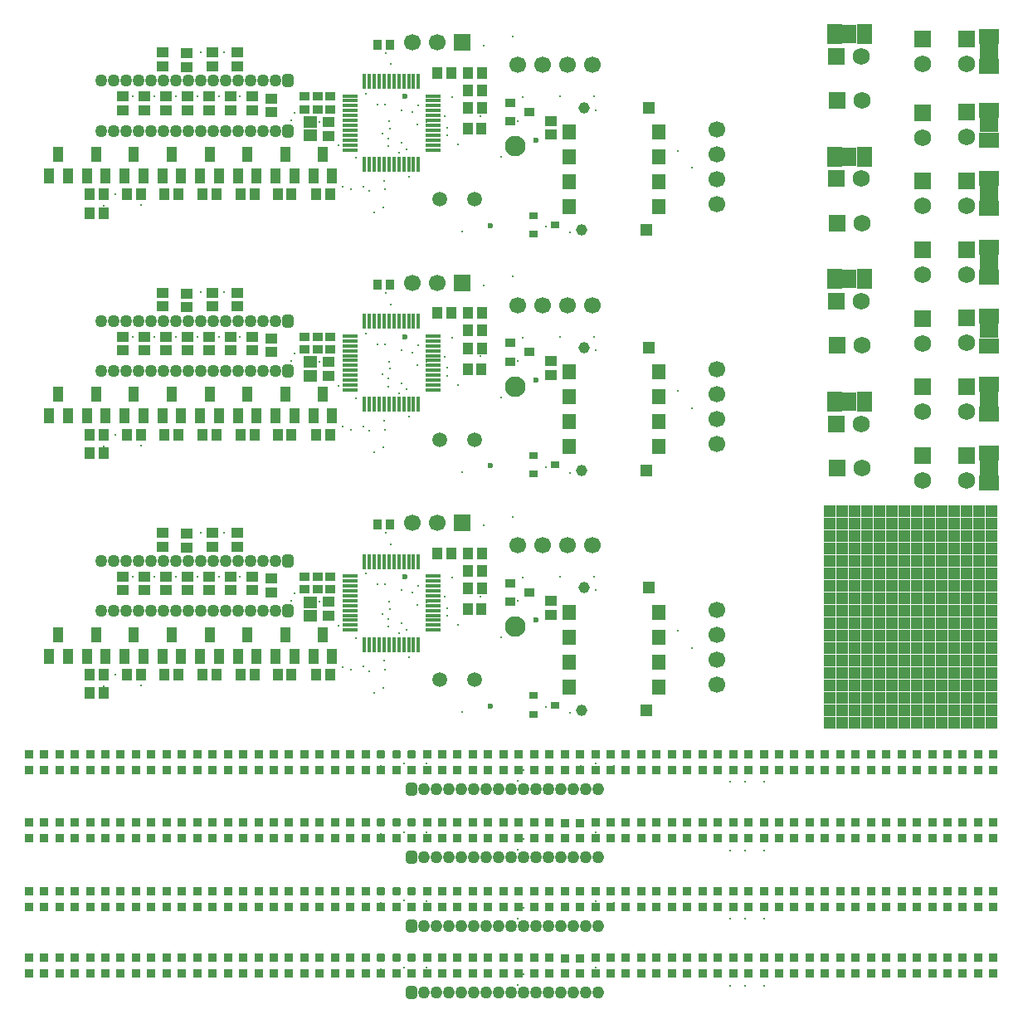
<source format=gts>
G04*
G04 #@! TF.GenerationSoftware,Altium Limited,Altium Designer,20.1.14 (287)*
G04*
G04 Layer_Color=65280*
%FSLAX25Y25*%
%MOIN*%
G70*
G04*
G04 #@! TF.SameCoordinates,DA88C76E-B398-4153-8C2D-C889442453F1*
G04*
G04*
G04 #@! TF.FilePolarity,Negative*
G04*
G01*
G75*
%ADD22R,0.03543X0.04134*%
%ADD44C,0.04528*%
%ADD45R,0.04528X0.04528*%
%ADD50C,0.02362*%
%ADD54R,0.04134X0.03543*%
%ADD64R,0.06299X0.07480*%
%ADD65R,0.07480X0.06299*%
%ADD66R,0.06115X0.08083*%
%ADD67R,0.08083X0.06115*%
%ADD68R,0.04331X0.04724*%
%ADD69R,0.05512X0.06299*%
%ADD70R,0.04331X0.05906*%
%ADD71R,0.04724X0.04331*%
%ADD72R,0.03937X0.03543*%
%ADD73R,0.03937X0.04528*%
%ADD74R,0.03347X0.02756*%
%ADD75R,0.04528X0.04134*%
%ADD76R,0.05709X0.04724*%
%ADD77R,0.01575X0.06201*%
%ADD78R,0.06201X0.01575*%
G04:AMPARAMS|DCode=79|XSize=35.43mil|YSize=35.43mil|CornerRadius=9.84mil|HoleSize=0mil|Usage=FLASHONLY|Rotation=0.000|XOffset=0mil|YOffset=0mil|HoleType=Round|Shape=RoundedRectangle|*
%AMROUNDEDRECTD79*
21,1,0.03543,0.01575,0,0,0.0*
21,1,0.01575,0.03543,0,0,0.0*
1,1,0.01968,0.00787,-0.00787*
1,1,0.01968,-0.00787,-0.00787*
1,1,0.01968,-0.00787,0.00787*
1,1,0.01968,0.00787,0.00787*
%
%ADD79ROUNDEDRECTD79*%
%ADD80R,0.03543X0.03543*%
G04:AMPARAMS|DCode=81|XSize=35.43mil|YSize=35.43mil|CornerRadius=6.69mil|HoleSize=0mil|Usage=FLASHONLY|Rotation=0.000|XOffset=0mil|YOffset=0mil|HoleType=Round|Shape=RoundedRectangle|*
%AMROUNDEDRECTD81*
21,1,0.03543,0.02205,0,0,0.0*
21,1,0.02205,0.03543,0,0,0.0*
1,1,0.01339,0.01102,-0.01102*
1,1,0.01339,-0.01102,-0.01102*
1,1,0.01339,-0.01102,0.01102*
1,1,0.01339,0.01102,0.01102*
%
%ADD81ROUNDEDRECTD81*%
G04:AMPARAMS|DCode=82|XSize=35.43mil|YSize=35.43mil|CornerRadius=5.12mil|HoleSize=0mil|Usage=FLASHONLY|Rotation=0.000|XOffset=0mil|YOffset=0mil|HoleType=Round|Shape=RoundedRectangle|*
%AMROUNDEDRECTD82*
21,1,0.03543,0.02520,0,0,0.0*
21,1,0.02520,0.03543,0,0,0.0*
1,1,0.01024,0.01260,-0.01260*
1,1,0.01024,-0.01260,-0.01260*
1,1,0.01024,-0.01260,0.01260*
1,1,0.01024,0.01260,0.01260*
%
%ADD82ROUNDEDRECTD82*%
G04:AMPARAMS|DCode=83|XSize=48mil|YSize=48mil|CornerRadius=7.5mil|HoleSize=0mil|Usage=FLASHONLY|Rotation=180.000|XOffset=0mil|YOffset=0mil|HoleType=Round|Shape=RoundedRectangle|*
%AMROUNDEDRECTD83*
21,1,0.04800,0.03300,0,0,180.0*
21,1,0.03300,0.04800,0,0,180.0*
1,1,0.01500,-0.01650,0.01650*
1,1,0.01500,0.01650,0.01650*
1,1,0.01500,0.01650,-0.01650*
1,1,0.01500,-0.01650,-0.01650*
%
%ADD83ROUNDEDRECTD83*%
%ADD84C,0.06902*%
%ADD85R,0.06902X0.06902*%
%ADD86R,0.06902X0.06902*%
%ADD87C,0.00400*%
%ADD88C,0.08274*%
%ADD89C,0.06693*%
%ADD90C,0.05906*%
G04:AMPARAMS|DCode=91|XSize=48mil|YSize=51mil|CornerRadius=13mil|HoleSize=0mil|Usage=FLASHONLY|Rotation=0.000|XOffset=0mil|YOffset=0mil|HoleType=Round|Shape=RoundedRectangle|*
%AMROUNDEDRECTD91*
21,1,0.04800,0.02500,0,0,0.0*
21,1,0.02200,0.05100,0,0,0.0*
1,1,0.02600,0.01100,-0.01250*
1,1,0.02600,-0.01100,-0.01250*
1,1,0.02600,-0.01100,0.01250*
1,1,0.02600,0.01100,0.01250*
%
%ADD91ROUNDEDRECTD91*%
%ADD92O,0.04800X0.05100*%
%ADD93R,0.06693X0.06693*%
%ADD94C,0.01181*%
G04:AMPARAMS|DCode=95|XSize=47.94mil|YSize=50.94mil|CornerRadius=12.97mil|HoleSize=0mil|Usage=FLASHONLY|Rotation=180.000|XOffset=0mil|YOffset=0mil|HoleType=Round|Shape=RoundedRectangle|*
%AMROUNDEDRECTD95*
21,1,0.04794,0.02500,0,0,180.0*
21,1,0.02200,0.05094,0,0,180.0*
1,1,0.02594,-0.01100,0.01250*
1,1,0.02594,0.01100,0.01250*
1,1,0.02594,0.01100,-0.01250*
1,1,0.02594,-0.01100,-0.01250*
%
%ADD95ROUNDEDRECTD95*%
%ADD96O,0.04794X0.05094*%
D22*
X148228Y384646D02*
D03*
X143110D02*
D03*
X148228Y288189D02*
D03*
X143110D02*
D03*
X148228Y191732D02*
D03*
X143110D02*
D03*
D44*
X226260Y359252D02*
D03*
X225275Y310039D02*
D03*
X226260Y262795D02*
D03*
X225275Y213583D02*
D03*
X226260Y166339D02*
D03*
X225275Y117126D02*
D03*
D45*
X252087Y359252D02*
D03*
X251102Y310039D02*
D03*
X252087Y262795D02*
D03*
X251102Y213583D02*
D03*
X252087Y166339D02*
D03*
X251102Y117126D02*
D03*
D50*
X154331Y363780D02*
D03*
X206932Y346263D02*
D03*
X188583Y311811D02*
D03*
X154331Y267323D02*
D03*
X206932Y249807D02*
D03*
X188583Y215354D02*
D03*
X154331Y170866D02*
D03*
X206932Y153350D02*
D03*
X188583Y118898D02*
D03*
D54*
X114005Y363764D02*
D03*
Y358646D02*
D03*
X119123Y363764D02*
D03*
Y358646D02*
D03*
X124241Y363764D02*
D03*
Y358646D02*
D03*
X114005Y267307D02*
D03*
Y262189D02*
D03*
X119123Y267307D02*
D03*
Y262189D02*
D03*
X124241Y267307D02*
D03*
Y262189D02*
D03*
X114005Y170850D02*
D03*
Y165732D02*
D03*
X119123Y170850D02*
D03*
Y165732D02*
D03*
X124241Y170850D02*
D03*
Y165732D02*
D03*
D64*
X332677Y241142D02*
D03*
Y290354D02*
D03*
X332677Y339567D02*
D03*
X332677Y388779D02*
D03*
D65*
X388779Y381890D02*
D03*
Y352362D02*
D03*
Y324803D02*
D03*
Y297244D02*
D03*
Y269685D02*
D03*
Y242126D02*
D03*
Y214567D02*
D03*
D66*
X326772Y241142D02*
D03*
X338779D02*
D03*
X326772Y290354D02*
D03*
X338779D02*
D03*
X326772Y339567D02*
D03*
X338779D02*
D03*
X326772Y388779D02*
D03*
X338779D02*
D03*
D67*
X388779Y387795D02*
D03*
Y375787D02*
D03*
X388779Y358268D02*
D03*
Y346260D02*
D03*
Y330709D02*
D03*
Y318701D02*
D03*
X388779Y303150D02*
D03*
Y291142D02*
D03*
Y275590D02*
D03*
Y263583D02*
D03*
Y248031D02*
D03*
Y236024D02*
D03*
X388779Y220473D02*
D03*
Y208465D02*
D03*
D68*
X179527Y366142D02*
D03*
X185039D02*
D03*
X33071Y316929D02*
D03*
X27559D02*
D03*
X33071Y324410D02*
D03*
X27559D02*
D03*
X48031D02*
D03*
X42520D02*
D03*
X63189D02*
D03*
X57677D02*
D03*
X167323Y373228D02*
D03*
X172835D02*
D03*
X78346Y324410D02*
D03*
X72835D02*
D03*
X93701D02*
D03*
X88189D02*
D03*
X108661D02*
D03*
X103150D02*
D03*
X124016D02*
D03*
X118504D02*
D03*
X179527Y373228D02*
D03*
X185039D02*
D03*
Y359055D02*
D03*
X179527D02*
D03*
Y269685D02*
D03*
X185039D02*
D03*
X33071Y220473D02*
D03*
X27559D02*
D03*
X33071Y227953D02*
D03*
X27559D02*
D03*
X48031D02*
D03*
X42520D02*
D03*
X63189D02*
D03*
X57677D02*
D03*
X167323Y276772D02*
D03*
X172835D02*
D03*
X78346Y227953D02*
D03*
X72835D02*
D03*
X93701D02*
D03*
X88189D02*
D03*
X108661D02*
D03*
X103150D02*
D03*
X124016D02*
D03*
X118504D02*
D03*
X179527Y276772D02*
D03*
X185039D02*
D03*
Y262598D02*
D03*
X179527D02*
D03*
Y173228D02*
D03*
X185039D02*
D03*
X33071Y124016D02*
D03*
X27559D02*
D03*
X33071Y131496D02*
D03*
X27559D02*
D03*
X48031D02*
D03*
X42520D02*
D03*
X63189D02*
D03*
X57677D02*
D03*
X167323Y180315D02*
D03*
X172835D02*
D03*
X78346Y131496D02*
D03*
X72835D02*
D03*
X93701D02*
D03*
X88189D02*
D03*
X108661D02*
D03*
X103150D02*
D03*
X124016D02*
D03*
X118504D02*
D03*
X179527Y180315D02*
D03*
X185039D02*
D03*
Y166142D02*
D03*
X179527D02*
D03*
D69*
X220079Y329488D02*
D03*
Y319488D02*
D03*
X256299Y329488D02*
D03*
X256299Y319488D02*
D03*
X220079Y349488D02*
D03*
Y339488D02*
D03*
X256299Y349488D02*
D03*
Y339488D02*
D03*
X220079Y233032D02*
D03*
Y223031D02*
D03*
X256299Y233032D02*
D03*
X256299Y223031D02*
D03*
X220079Y253031D02*
D03*
Y243032D02*
D03*
X256299Y253031D02*
D03*
Y243032D02*
D03*
X220079Y136575D02*
D03*
Y126575D02*
D03*
X256299Y136575D02*
D03*
X256299Y126575D02*
D03*
X220079Y156575D02*
D03*
Y146575D02*
D03*
X256299Y156575D02*
D03*
Y146575D02*
D03*
D70*
X11220Y331890D02*
D03*
X18701Y331890D02*
D03*
X14961Y340551D02*
D03*
X26406Y331890D02*
D03*
X33886D02*
D03*
X30146Y340551D02*
D03*
X41592Y331890D02*
D03*
X49072D02*
D03*
X45332Y340551D02*
D03*
X56777Y331890D02*
D03*
X64258D02*
D03*
X60517Y340551D02*
D03*
X71963Y331890D02*
D03*
X79443D02*
D03*
X75703Y340551D02*
D03*
X87148Y331890D02*
D03*
X94629D02*
D03*
X90889Y340551D02*
D03*
X102334Y331890D02*
D03*
X109814D02*
D03*
X106074Y340551D02*
D03*
X117520Y331890D02*
D03*
X125000D02*
D03*
X121260Y340551D02*
D03*
X11220Y235433D02*
D03*
X18701Y235433D02*
D03*
X14961Y244094D02*
D03*
X26406Y235433D02*
D03*
X33886D02*
D03*
X30146Y244094D02*
D03*
X41592Y235433D02*
D03*
X49072D02*
D03*
X45332Y244094D02*
D03*
X56777Y235433D02*
D03*
X64258D02*
D03*
X60517Y244094D02*
D03*
X71963Y235433D02*
D03*
X79443D02*
D03*
X75703Y244094D02*
D03*
X87148Y235433D02*
D03*
X94629D02*
D03*
X90889Y244094D02*
D03*
X102334Y235433D02*
D03*
X109814D02*
D03*
X106074Y244094D02*
D03*
X117520Y235433D02*
D03*
X125000D02*
D03*
X121260Y244094D02*
D03*
X11220Y138976D02*
D03*
X18701Y138976D02*
D03*
X14961Y147638D02*
D03*
X26406Y138976D02*
D03*
X33886D02*
D03*
X30146Y147638D02*
D03*
X41592Y138976D02*
D03*
X49072D02*
D03*
X45332Y147638D02*
D03*
X56777Y138976D02*
D03*
X64258D02*
D03*
X60517Y147638D02*
D03*
X71963Y138976D02*
D03*
X79443D02*
D03*
X75703Y147638D02*
D03*
X87148Y138976D02*
D03*
X94629D02*
D03*
X90889Y147638D02*
D03*
X102334Y138976D02*
D03*
X109814D02*
D03*
X106074Y147638D02*
D03*
X117520Y138976D02*
D03*
X125000D02*
D03*
X121260Y147638D02*
D03*
D71*
X56809Y375909D02*
D03*
Y381421D02*
D03*
X66652Y375515D02*
D03*
Y381027D02*
D03*
X76888Y375909D02*
D03*
Y381421D02*
D03*
X86730Y375909D02*
D03*
Y381421D02*
D03*
X40945Y358268D02*
D03*
Y363780D02*
D03*
X49606Y358268D02*
D03*
Y363780D02*
D03*
X58268Y358268D02*
D03*
Y363780D02*
D03*
X66929Y358268D02*
D03*
Y363780D02*
D03*
X75590Y358268D02*
D03*
Y363780D02*
D03*
X84252Y358268D02*
D03*
Y363780D02*
D03*
X92913Y358268D02*
D03*
Y363780D02*
D03*
X100394Y357480D02*
D03*
Y362992D02*
D03*
X212992Y353937D02*
D03*
Y348425D02*
D03*
X56809Y279452D02*
D03*
Y284964D02*
D03*
X66652Y279059D02*
D03*
Y284571D02*
D03*
X76888Y279452D02*
D03*
Y284964D02*
D03*
X86730Y279452D02*
D03*
Y284964D02*
D03*
X40945Y261811D02*
D03*
Y267323D02*
D03*
X49606Y261811D02*
D03*
Y267323D02*
D03*
X58268Y261811D02*
D03*
Y267323D02*
D03*
X66929Y261811D02*
D03*
Y267323D02*
D03*
X75590Y261811D02*
D03*
Y267323D02*
D03*
X84252Y261811D02*
D03*
Y267323D02*
D03*
X92913Y261811D02*
D03*
Y267323D02*
D03*
X100394Y261024D02*
D03*
Y266535D02*
D03*
X212992Y257480D02*
D03*
Y251969D02*
D03*
X56809Y182996D02*
D03*
Y188507D02*
D03*
X66652Y182602D02*
D03*
Y188114D02*
D03*
X76888Y182996D02*
D03*
Y188508D02*
D03*
X86730Y182996D02*
D03*
Y188507D02*
D03*
X40945Y165354D02*
D03*
Y170866D02*
D03*
X49606Y165354D02*
D03*
Y170866D02*
D03*
X58268Y165354D02*
D03*
Y170866D02*
D03*
X66929Y165354D02*
D03*
Y170866D02*
D03*
X75590Y165354D02*
D03*
Y170866D02*
D03*
X84252Y165354D02*
D03*
Y170866D02*
D03*
X92913Y165354D02*
D03*
Y170866D02*
D03*
X100394Y164567D02*
D03*
Y170079D02*
D03*
X212992Y161024D02*
D03*
Y155512D02*
D03*
D72*
X196457Y361221D02*
D03*
Y353740D02*
D03*
X204331Y357480D02*
D03*
X196457Y264764D02*
D03*
Y257283D02*
D03*
X204331Y261024D02*
D03*
X196457Y168307D02*
D03*
Y160827D02*
D03*
X204331Y164567D02*
D03*
D73*
X179527Y350787D02*
D03*
X184843D02*
D03*
X179527Y254331D02*
D03*
X184843D02*
D03*
X179527Y157874D02*
D03*
X184843D02*
D03*
D74*
X214567Y312205D02*
D03*
X205906Y308465D02*
D03*
Y315945D02*
D03*
X214567Y215748D02*
D03*
X205906Y212008D02*
D03*
Y219488D02*
D03*
X214567Y119291D02*
D03*
X205906Y115551D02*
D03*
Y123031D02*
D03*
D75*
X123622Y353642D02*
D03*
Y347933D02*
D03*
Y257185D02*
D03*
Y251476D02*
D03*
Y160728D02*
D03*
Y155020D02*
D03*
D76*
X116142Y353543D02*
D03*
Y348031D02*
D03*
Y257087D02*
D03*
Y251575D02*
D03*
Y160630D02*
D03*
Y155118D02*
D03*
D77*
X137992Y369835D02*
D03*
X139961D02*
D03*
X141929D02*
D03*
X143898D02*
D03*
X145866D02*
D03*
X147835D02*
D03*
X149803D02*
D03*
X151772D02*
D03*
X153740D02*
D03*
X155709D02*
D03*
X157677D02*
D03*
X159646D02*
D03*
Y336465D02*
D03*
X157677D02*
D03*
X155709D02*
D03*
X153740D02*
D03*
X151772D02*
D03*
X149803D02*
D03*
X147835D02*
D03*
X145866D02*
D03*
X143898D02*
D03*
X141929D02*
D03*
X139961D02*
D03*
X137992D02*
D03*
Y273378D02*
D03*
X139961D02*
D03*
X141929D02*
D03*
X143898D02*
D03*
X145866D02*
D03*
X147835D02*
D03*
X149803D02*
D03*
X151772D02*
D03*
X153740D02*
D03*
X155709D02*
D03*
X157677D02*
D03*
X159646D02*
D03*
Y240008D02*
D03*
X157677D02*
D03*
X155709D02*
D03*
X153740D02*
D03*
X151772D02*
D03*
X149803D02*
D03*
X147835D02*
D03*
X145866D02*
D03*
X143898D02*
D03*
X141929D02*
D03*
X139961D02*
D03*
X137992D02*
D03*
Y176921D02*
D03*
X139961D02*
D03*
X141929D02*
D03*
X143898D02*
D03*
X145866D02*
D03*
X147835D02*
D03*
X149803D02*
D03*
X151772D02*
D03*
X153740D02*
D03*
X155709D02*
D03*
X157677D02*
D03*
X159646D02*
D03*
Y143551D02*
D03*
X157677D02*
D03*
X155709D02*
D03*
X153740D02*
D03*
X151772D02*
D03*
X149803D02*
D03*
X147835D02*
D03*
X145866D02*
D03*
X143898D02*
D03*
X141929D02*
D03*
X139961D02*
D03*
X137992D02*
D03*
D78*
X165504Y363976D02*
D03*
Y362008D02*
D03*
Y360039D02*
D03*
Y358071D02*
D03*
Y356102D02*
D03*
Y354134D02*
D03*
Y352165D02*
D03*
Y350197D02*
D03*
Y348228D02*
D03*
Y346260D02*
D03*
Y344291D02*
D03*
Y342323D02*
D03*
X132134D02*
D03*
Y344291D02*
D03*
Y346260D02*
D03*
Y348228D02*
D03*
Y350197D02*
D03*
Y352165D02*
D03*
Y354134D02*
D03*
Y356102D02*
D03*
Y358071D02*
D03*
Y360039D02*
D03*
Y362008D02*
D03*
Y363976D02*
D03*
X165504Y267520D02*
D03*
Y265551D02*
D03*
Y263583D02*
D03*
Y261614D02*
D03*
Y259646D02*
D03*
Y257677D02*
D03*
Y255709D02*
D03*
Y253740D02*
D03*
Y251772D02*
D03*
Y249803D02*
D03*
Y247835D02*
D03*
Y245866D02*
D03*
X132134D02*
D03*
Y247835D02*
D03*
Y249803D02*
D03*
Y251772D02*
D03*
Y253740D02*
D03*
Y255709D02*
D03*
Y257677D02*
D03*
Y259646D02*
D03*
Y261614D02*
D03*
Y263583D02*
D03*
Y265551D02*
D03*
Y267520D02*
D03*
X165504Y171063D02*
D03*
Y169095D02*
D03*
Y167126D02*
D03*
Y165157D02*
D03*
Y163189D02*
D03*
Y161221D02*
D03*
Y159252D02*
D03*
Y157283D02*
D03*
Y155315D02*
D03*
Y153347D02*
D03*
Y151378D02*
D03*
Y149409D02*
D03*
X132134D02*
D03*
Y151378D02*
D03*
Y153347D02*
D03*
Y155315D02*
D03*
Y157283D02*
D03*
Y159252D02*
D03*
Y161221D02*
D03*
Y163189D02*
D03*
Y165157D02*
D03*
Y167126D02*
D03*
Y169095D02*
D03*
Y171063D02*
D03*
D79*
X144562Y99606D02*
D03*
Y72047D02*
D03*
Y44488D02*
D03*
Y17717D02*
D03*
D80*
Y93307D02*
D03*
X193775Y99606D02*
D03*
Y93307D02*
D03*
X187623Y99606D02*
D03*
Y93307D02*
D03*
X181472Y99606D02*
D03*
Y93307D02*
D03*
X95349Y99606D02*
D03*
Y93307D02*
D03*
X52288Y99606D02*
D03*
Y93307D02*
D03*
X58440Y99606D02*
D03*
Y93307D02*
D03*
X46137Y99606D02*
D03*
Y93307D02*
D03*
X39985Y99606D02*
D03*
Y93307D02*
D03*
X33834Y99606D02*
D03*
Y93307D02*
D03*
X27682Y99606D02*
D03*
Y93307D02*
D03*
X21531Y99606D02*
D03*
Y93307D02*
D03*
X15379Y99606D02*
D03*
Y93307D02*
D03*
X9227Y99606D02*
D03*
Y93307D02*
D03*
X3076Y99606D02*
D03*
Y93307D02*
D03*
X64592Y99606D02*
D03*
Y93307D02*
D03*
X70743Y99606D02*
D03*
Y93307D02*
D03*
X76895Y99606D02*
D03*
Y93307D02*
D03*
X83046Y99606D02*
D03*
Y93307D02*
D03*
X89198Y99606D02*
D03*
Y93307D02*
D03*
X138410Y99606D02*
D03*
Y93307D02*
D03*
X132259Y99606D02*
D03*
Y93307D02*
D03*
X126107Y99606D02*
D03*
Y93307D02*
D03*
X119956Y99606D02*
D03*
Y93307D02*
D03*
X113804Y99606D02*
D03*
Y93307D02*
D03*
X107653Y99606D02*
D03*
Y93307D02*
D03*
X101501Y99606D02*
D03*
Y93307D02*
D03*
X156865D02*
D03*
X163017Y99606D02*
D03*
Y93307D02*
D03*
X169168Y99606D02*
D03*
Y93307D02*
D03*
X175320Y99606D02*
D03*
Y93307D02*
D03*
X242987Y99606D02*
D03*
Y93307D02*
D03*
X236836Y99606D02*
D03*
Y93307D02*
D03*
X230684Y99606D02*
D03*
Y93307D02*
D03*
X224533Y99533D02*
D03*
Y93233D02*
D03*
X218381Y99533D02*
D03*
Y93233D02*
D03*
X212229Y99606D02*
D03*
Y93307D02*
D03*
X206078Y99606D02*
D03*
Y93307D02*
D03*
X199926Y99606D02*
D03*
Y93307D02*
D03*
X249139Y99606D02*
D03*
Y93307D02*
D03*
X255290Y99606D02*
D03*
Y93307D02*
D03*
X261442Y99606D02*
D03*
Y93307D02*
D03*
X267594Y99606D02*
D03*
Y93307D02*
D03*
X273745Y99606D02*
D03*
Y93307D02*
D03*
X279897Y99606D02*
D03*
Y93307D02*
D03*
X286048Y99606D02*
D03*
Y93307D02*
D03*
X292200Y99606D02*
D03*
Y93307D02*
D03*
X341412Y99606D02*
D03*
Y93307D02*
D03*
X335261Y99606D02*
D03*
Y93307D02*
D03*
X329109Y99606D02*
D03*
Y93307D02*
D03*
X322958Y99606D02*
D03*
Y93307D02*
D03*
X316806Y99606D02*
D03*
Y93307D02*
D03*
X310655Y99606D02*
D03*
Y93307D02*
D03*
X304503Y99606D02*
D03*
Y93307D02*
D03*
X298351Y99606D02*
D03*
Y93307D02*
D03*
X347564Y99606D02*
D03*
Y93307D02*
D03*
X353716Y99606D02*
D03*
Y93307D02*
D03*
X359867Y99606D02*
D03*
Y93307D02*
D03*
X366019Y99606D02*
D03*
Y93307D02*
D03*
X372170Y99606D02*
D03*
Y93307D02*
D03*
X378322Y99606D02*
D03*
Y93307D02*
D03*
X384473Y99606D02*
D03*
Y93307D02*
D03*
X390625Y99606D02*
D03*
Y93307D02*
D03*
X144562Y65748D02*
D03*
X193775Y72047D02*
D03*
Y65748D02*
D03*
X187623Y72047D02*
D03*
Y65748D02*
D03*
X181472Y72047D02*
D03*
Y65748D02*
D03*
X95349Y72047D02*
D03*
Y65748D02*
D03*
X52288Y72047D02*
D03*
Y65748D02*
D03*
X58440Y72047D02*
D03*
Y65748D02*
D03*
X46137Y72047D02*
D03*
Y65748D02*
D03*
X39985Y72047D02*
D03*
Y65748D02*
D03*
X33834Y72047D02*
D03*
Y65748D02*
D03*
X27682Y72047D02*
D03*
Y65748D02*
D03*
X21531Y72047D02*
D03*
Y65748D02*
D03*
X15379Y72047D02*
D03*
Y65748D02*
D03*
X9227Y72047D02*
D03*
Y65748D02*
D03*
X3076Y72047D02*
D03*
Y65748D02*
D03*
X64592Y72047D02*
D03*
Y65748D02*
D03*
X70743Y72047D02*
D03*
Y65748D02*
D03*
X76895Y72047D02*
D03*
Y65748D02*
D03*
X83046Y72047D02*
D03*
Y65748D02*
D03*
X89198Y72047D02*
D03*
Y65748D02*
D03*
X138410Y72047D02*
D03*
Y65748D02*
D03*
X132259Y72047D02*
D03*
Y65748D02*
D03*
X126107Y72047D02*
D03*
Y65748D02*
D03*
X119956Y72047D02*
D03*
Y65748D02*
D03*
X113804Y72047D02*
D03*
Y65748D02*
D03*
X107653Y72047D02*
D03*
Y65748D02*
D03*
X101501Y72047D02*
D03*
Y65748D02*
D03*
X156865D02*
D03*
X163017Y72047D02*
D03*
Y65748D02*
D03*
X169168Y72047D02*
D03*
Y65748D02*
D03*
X175320Y72047D02*
D03*
Y65748D02*
D03*
X242987Y72047D02*
D03*
Y65748D02*
D03*
X236836Y72047D02*
D03*
Y65748D02*
D03*
X230684Y72047D02*
D03*
Y65748D02*
D03*
X224533Y71973D02*
D03*
Y65674D02*
D03*
X218381Y71973D02*
D03*
Y65674D02*
D03*
X212229Y72047D02*
D03*
Y65748D02*
D03*
X206078Y72047D02*
D03*
Y65748D02*
D03*
X199926Y72047D02*
D03*
Y65748D02*
D03*
X249139Y72047D02*
D03*
Y65748D02*
D03*
X255290Y72047D02*
D03*
Y65748D02*
D03*
X261442Y72047D02*
D03*
Y65748D02*
D03*
X267594Y72047D02*
D03*
Y65748D02*
D03*
X273745Y72047D02*
D03*
Y65748D02*
D03*
X279897Y72047D02*
D03*
Y65748D02*
D03*
X286048Y72047D02*
D03*
Y65748D02*
D03*
X292200Y72047D02*
D03*
Y65748D02*
D03*
X341412Y72047D02*
D03*
Y65748D02*
D03*
X335261Y72047D02*
D03*
Y65748D02*
D03*
X329109Y72047D02*
D03*
Y65748D02*
D03*
X322958Y72047D02*
D03*
Y65748D02*
D03*
X316806Y72047D02*
D03*
Y65748D02*
D03*
X310655Y72047D02*
D03*
Y65748D02*
D03*
X304503Y72047D02*
D03*
Y65748D02*
D03*
X298351Y72047D02*
D03*
Y65748D02*
D03*
X347564Y72047D02*
D03*
Y65748D02*
D03*
X353716Y72047D02*
D03*
Y65748D02*
D03*
X359867Y72047D02*
D03*
Y65748D02*
D03*
X366019Y72047D02*
D03*
Y65748D02*
D03*
X372170Y72047D02*
D03*
Y65748D02*
D03*
X378322Y72047D02*
D03*
Y65748D02*
D03*
X384473Y72047D02*
D03*
Y65748D02*
D03*
X390625Y72047D02*
D03*
Y65748D02*
D03*
X144562Y38189D02*
D03*
X193775Y44488D02*
D03*
Y38189D02*
D03*
X187623Y44488D02*
D03*
Y38189D02*
D03*
X181472Y44488D02*
D03*
Y38189D02*
D03*
X95349Y44488D02*
D03*
Y38189D02*
D03*
X52288Y44488D02*
D03*
Y38189D02*
D03*
X58440Y44488D02*
D03*
Y38189D02*
D03*
X46137Y44488D02*
D03*
Y38189D02*
D03*
X39985Y44488D02*
D03*
Y38189D02*
D03*
X33834Y44488D02*
D03*
Y38189D02*
D03*
X27682Y44488D02*
D03*
Y38189D02*
D03*
X21531Y44488D02*
D03*
Y38189D02*
D03*
X15379Y44488D02*
D03*
Y38189D02*
D03*
X9227Y44488D02*
D03*
Y38189D02*
D03*
X3076Y44488D02*
D03*
Y38189D02*
D03*
X64592Y44488D02*
D03*
Y38189D02*
D03*
X70743Y44488D02*
D03*
Y38189D02*
D03*
X76895Y44488D02*
D03*
Y38189D02*
D03*
X83046Y44488D02*
D03*
Y38189D02*
D03*
X89198Y44488D02*
D03*
Y38189D02*
D03*
X138410Y44488D02*
D03*
Y38189D02*
D03*
X132259Y44488D02*
D03*
Y38189D02*
D03*
X126107Y44488D02*
D03*
Y38189D02*
D03*
X119956Y44488D02*
D03*
Y38189D02*
D03*
X113804Y44488D02*
D03*
Y38189D02*
D03*
X107653Y44488D02*
D03*
Y38189D02*
D03*
X101501Y44488D02*
D03*
Y38189D02*
D03*
X156865D02*
D03*
X163017Y44488D02*
D03*
Y38189D02*
D03*
X169168Y44488D02*
D03*
Y38189D02*
D03*
X175320Y44488D02*
D03*
Y38189D02*
D03*
X242987Y44488D02*
D03*
Y38189D02*
D03*
X236836Y44488D02*
D03*
Y38189D02*
D03*
X230684Y44488D02*
D03*
Y38189D02*
D03*
X224533Y44414D02*
D03*
Y38115D02*
D03*
X218381Y44414D02*
D03*
Y38115D02*
D03*
X212229Y44488D02*
D03*
Y38189D02*
D03*
X206078Y44488D02*
D03*
Y38189D02*
D03*
X199926Y44488D02*
D03*
Y38189D02*
D03*
X249139Y44488D02*
D03*
Y38189D02*
D03*
X255290Y44488D02*
D03*
Y38189D02*
D03*
X261442Y44488D02*
D03*
Y38189D02*
D03*
X267594Y44488D02*
D03*
Y38189D02*
D03*
X273745Y44488D02*
D03*
Y38189D02*
D03*
X279897Y44488D02*
D03*
Y38189D02*
D03*
X286048Y44488D02*
D03*
Y38189D02*
D03*
X292200Y44488D02*
D03*
Y38189D02*
D03*
X341412Y44488D02*
D03*
Y38189D02*
D03*
X335261Y44488D02*
D03*
Y38189D02*
D03*
X329109Y44488D02*
D03*
Y38189D02*
D03*
X322958Y44488D02*
D03*
Y38189D02*
D03*
X316806Y44488D02*
D03*
Y38189D02*
D03*
X310655Y44488D02*
D03*
Y38189D02*
D03*
X304503Y44488D02*
D03*
Y38189D02*
D03*
X298351Y44488D02*
D03*
Y38189D02*
D03*
X347564Y44488D02*
D03*
Y38189D02*
D03*
X353716Y44488D02*
D03*
Y38189D02*
D03*
X359867Y44488D02*
D03*
Y38189D02*
D03*
X366019Y44488D02*
D03*
Y38189D02*
D03*
X372170Y44488D02*
D03*
Y38189D02*
D03*
X378322Y44488D02*
D03*
Y38189D02*
D03*
X384473Y44488D02*
D03*
Y38189D02*
D03*
X390625Y44488D02*
D03*
Y38189D02*
D03*
X144562Y11417D02*
D03*
X193775Y17717D02*
D03*
Y11417D02*
D03*
X187623Y17717D02*
D03*
Y11417D02*
D03*
X181472Y17717D02*
D03*
Y11417D02*
D03*
X95349Y17717D02*
D03*
Y11417D02*
D03*
X52288Y17717D02*
D03*
Y11417D02*
D03*
X58440Y17717D02*
D03*
Y11417D02*
D03*
X46137Y17717D02*
D03*
Y11417D02*
D03*
X39985Y17717D02*
D03*
Y11417D02*
D03*
X33834Y17717D02*
D03*
Y11417D02*
D03*
X27682Y17717D02*
D03*
Y11417D02*
D03*
X21531Y17717D02*
D03*
Y11417D02*
D03*
X15379Y17717D02*
D03*
Y11417D02*
D03*
X9227Y17717D02*
D03*
Y11417D02*
D03*
X3076Y17717D02*
D03*
Y11417D02*
D03*
X64592Y17717D02*
D03*
Y11417D02*
D03*
X70743Y17717D02*
D03*
Y11417D02*
D03*
X76895Y17717D02*
D03*
Y11417D02*
D03*
X83046Y17717D02*
D03*
Y11417D02*
D03*
X89198Y17717D02*
D03*
Y11417D02*
D03*
X138410Y17717D02*
D03*
Y11417D02*
D03*
X132259Y17717D02*
D03*
Y11417D02*
D03*
X126107Y17717D02*
D03*
Y11417D02*
D03*
X119956Y17717D02*
D03*
Y11417D02*
D03*
X113804Y17717D02*
D03*
Y11417D02*
D03*
X107653Y17717D02*
D03*
Y11417D02*
D03*
X101501Y17717D02*
D03*
Y11417D02*
D03*
X156865D02*
D03*
X163017Y17717D02*
D03*
Y11417D02*
D03*
X169168Y17717D02*
D03*
Y11417D02*
D03*
X175320Y17717D02*
D03*
Y11417D02*
D03*
X242987Y17717D02*
D03*
Y11417D02*
D03*
X236836Y17717D02*
D03*
Y11417D02*
D03*
X230684Y17717D02*
D03*
Y11417D02*
D03*
X224533Y17643D02*
D03*
Y11344D02*
D03*
X218381Y17643D02*
D03*
Y11344D02*
D03*
X212229Y17717D02*
D03*
Y11417D02*
D03*
X206078Y17717D02*
D03*
Y11417D02*
D03*
X199926Y17717D02*
D03*
Y11417D02*
D03*
X249139Y17717D02*
D03*
Y11417D02*
D03*
X255290Y17717D02*
D03*
Y11417D02*
D03*
X261442Y17717D02*
D03*
Y11417D02*
D03*
X267594Y17717D02*
D03*
Y11417D02*
D03*
X273745Y17717D02*
D03*
Y11417D02*
D03*
X279897Y17717D02*
D03*
Y11417D02*
D03*
X286048Y17717D02*
D03*
Y11417D02*
D03*
X292200Y17717D02*
D03*
Y11417D02*
D03*
X341412Y17717D02*
D03*
Y11417D02*
D03*
X335261Y17717D02*
D03*
Y11417D02*
D03*
X329109Y17717D02*
D03*
Y11417D02*
D03*
X322958Y17717D02*
D03*
Y11417D02*
D03*
X316806Y17717D02*
D03*
Y11417D02*
D03*
X310655Y17717D02*
D03*
Y11417D02*
D03*
X304503Y17717D02*
D03*
Y11417D02*
D03*
X298351Y17717D02*
D03*
Y11417D02*
D03*
X347564Y17717D02*
D03*
Y11417D02*
D03*
X353716Y17717D02*
D03*
Y11417D02*
D03*
X359867Y17717D02*
D03*
Y11417D02*
D03*
X366019Y17717D02*
D03*
Y11417D02*
D03*
X372170Y17717D02*
D03*
Y11417D02*
D03*
X378322Y17717D02*
D03*
Y11417D02*
D03*
X384473Y17717D02*
D03*
Y11417D02*
D03*
X390625Y17717D02*
D03*
Y11417D02*
D03*
D81*
X150714Y99606D02*
D03*
X156865D02*
D03*
X150714Y72047D02*
D03*
X156865D02*
D03*
X150714Y44488D02*
D03*
X156865D02*
D03*
X150714Y17717D02*
D03*
X156865D02*
D03*
D82*
X150714Y93307D02*
D03*
Y65748D02*
D03*
Y38189D02*
D03*
Y11417D02*
D03*
D83*
X390000Y172126D02*
D03*
X385000D02*
D03*
X380000D02*
D03*
X375000D02*
D03*
X370000D02*
D03*
X365000D02*
D03*
X360000D02*
D03*
X355000D02*
D03*
X350000D02*
D03*
X345000D02*
D03*
X340000D02*
D03*
X335000D02*
D03*
X330000D02*
D03*
X325000D02*
D03*
Y177126D02*
D03*
X330000D02*
D03*
X335000D02*
D03*
X340000D02*
D03*
X345000D02*
D03*
X350000D02*
D03*
X355000D02*
D03*
X360000D02*
D03*
X365000D02*
D03*
X370000D02*
D03*
X375000D02*
D03*
X380000D02*
D03*
X385000D02*
D03*
X390000D02*
D03*
X325000Y182126D02*
D03*
X330000D02*
D03*
X335000D02*
D03*
X340000D02*
D03*
X345000D02*
D03*
X350000D02*
D03*
X355000D02*
D03*
X360000D02*
D03*
X365000D02*
D03*
X370000D02*
D03*
X375000D02*
D03*
X380000D02*
D03*
X385000D02*
D03*
X390000D02*
D03*
Y197126D02*
D03*
X385000D02*
D03*
X380000D02*
D03*
X375000D02*
D03*
X370000D02*
D03*
X365000D02*
D03*
X360000D02*
D03*
X355000D02*
D03*
X350000D02*
D03*
X345000D02*
D03*
X340000D02*
D03*
X335000D02*
D03*
X330000D02*
D03*
X325000D02*
D03*
X390000Y192126D02*
D03*
X385000D02*
D03*
X380000D02*
D03*
X375000D02*
D03*
X370000D02*
D03*
X365000D02*
D03*
X360000D02*
D03*
X355000D02*
D03*
X350000D02*
D03*
X345000D02*
D03*
X340000D02*
D03*
X335000D02*
D03*
X330000D02*
D03*
X325000D02*
D03*
Y187126D02*
D03*
X330000D02*
D03*
X335000D02*
D03*
X340000D02*
D03*
X345000D02*
D03*
X350000D02*
D03*
X355000D02*
D03*
X360000D02*
D03*
X365000D02*
D03*
X370000D02*
D03*
X375000D02*
D03*
X380000D02*
D03*
X385000D02*
D03*
X390000D02*
D03*
Y142126D02*
D03*
X385000D02*
D03*
X380000D02*
D03*
X375000D02*
D03*
X370000D02*
D03*
X365000D02*
D03*
X360000D02*
D03*
X355000D02*
D03*
X350000D02*
D03*
X345000D02*
D03*
X340000D02*
D03*
X335000D02*
D03*
X330000D02*
D03*
X325000D02*
D03*
Y147126D02*
D03*
X330000D02*
D03*
X335000D02*
D03*
X340000D02*
D03*
X345000D02*
D03*
X350000D02*
D03*
X355000D02*
D03*
X360000D02*
D03*
X365000D02*
D03*
X370000D02*
D03*
X375000D02*
D03*
X380000D02*
D03*
X385000D02*
D03*
X390000D02*
D03*
X325000Y152126D02*
D03*
X330000D02*
D03*
X335000D02*
D03*
X340000D02*
D03*
X345000D02*
D03*
X350000D02*
D03*
X355000D02*
D03*
X360000D02*
D03*
X365000D02*
D03*
X370000D02*
D03*
X375000D02*
D03*
X380000D02*
D03*
X385000D02*
D03*
X390000D02*
D03*
Y167126D02*
D03*
X385000D02*
D03*
X380000D02*
D03*
X375000D02*
D03*
X370000D02*
D03*
X365000D02*
D03*
X360000D02*
D03*
X355000D02*
D03*
X350000D02*
D03*
X345000D02*
D03*
X340000D02*
D03*
X335000D02*
D03*
X330000D02*
D03*
X325000D02*
D03*
X390000Y162126D02*
D03*
X385000D02*
D03*
X380000D02*
D03*
X375000D02*
D03*
X370000D02*
D03*
X365000D02*
D03*
X360000D02*
D03*
X355000D02*
D03*
X350000D02*
D03*
X345000D02*
D03*
X340000D02*
D03*
X335000D02*
D03*
X330000D02*
D03*
X325000D02*
D03*
Y157126D02*
D03*
X330000D02*
D03*
X335000D02*
D03*
X340000D02*
D03*
X345000D02*
D03*
X350000D02*
D03*
X355000D02*
D03*
X360000D02*
D03*
X365000D02*
D03*
X370000D02*
D03*
X375000D02*
D03*
X380000D02*
D03*
X385000D02*
D03*
X390000D02*
D03*
Y127126D02*
D03*
X385000D02*
D03*
X380000D02*
D03*
X375000D02*
D03*
X370000D02*
D03*
X365000D02*
D03*
X360000D02*
D03*
X355000D02*
D03*
X350000D02*
D03*
X345000D02*
D03*
X340000D02*
D03*
X335000D02*
D03*
X330000D02*
D03*
X325000D02*
D03*
Y132126D02*
D03*
X330000D02*
D03*
X335000D02*
D03*
X340000D02*
D03*
X345000D02*
D03*
X350000D02*
D03*
X355000D02*
D03*
X360000D02*
D03*
X365000D02*
D03*
X370000D02*
D03*
X375000D02*
D03*
X380000D02*
D03*
X385000D02*
D03*
X390000D02*
D03*
X325000Y137126D02*
D03*
X330000D02*
D03*
X335000D02*
D03*
X340000D02*
D03*
X345000D02*
D03*
X350000D02*
D03*
X355000D02*
D03*
X360000D02*
D03*
X365000D02*
D03*
X370000D02*
D03*
X375000D02*
D03*
X380000D02*
D03*
X385000D02*
D03*
X390000D02*
D03*
Y122126D02*
D03*
X385000D02*
D03*
X380000D02*
D03*
X375000D02*
D03*
X370000D02*
D03*
X365000D02*
D03*
X360000D02*
D03*
X355000D02*
D03*
X350000D02*
D03*
X345000D02*
D03*
X340000D02*
D03*
X335000D02*
D03*
X330000D02*
D03*
X325000D02*
D03*
X390000Y117126D02*
D03*
X385000D02*
D03*
X380000D02*
D03*
X375000D02*
D03*
X370000D02*
D03*
X365000D02*
D03*
X360000D02*
D03*
X355000D02*
D03*
X350000D02*
D03*
X345000D02*
D03*
X340000D02*
D03*
X335000D02*
D03*
X330000D02*
D03*
X325000D02*
D03*
Y112126D02*
D03*
X330000D02*
D03*
X335000D02*
D03*
X340000D02*
D03*
X345000D02*
D03*
X350000D02*
D03*
X355000D02*
D03*
X360000D02*
D03*
X365000D02*
D03*
X370000D02*
D03*
X375000D02*
D03*
X380000D02*
D03*
X385000D02*
D03*
X390000D02*
D03*
D84*
X337756Y214567D02*
D03*
X337677Y232283D02*
D03*
X337756Y263779D02*
D03*
X337677Y281496D02*
D03*
X337756Y312992D02*
D03*
X337677Y330709D02*
D03*
X337756Y362205D02*
D03*
X337677Y379921D02*
D03*
X362205Y376811D02*
D03*
X379921Y376890D02*
D03*
X362205Y347284D02*
D03*
X379921Y347362D02*
D03*
X362205Y319724D02*
D03*
X379921Y319803D02*
D03*
X362205Y292165D02*
D03*
X379921Y292244D02*
D03*
X362205Y264606D02*
D03*
X379921Y264685D02*
D03*
X362205Y237047D02*
D03*
X379921Y237126D02*
D03*
X362205Y209488D02*
D03*
X379921Y209567D02*
D03*
D85*
X327756Y214567D02*
D03*
X327677Y232283D02*
D03*
X327756Y263779D02*
D03*
X327677Y281496D02*
D03*
X327756Y312992D02*
D03*
X327677Y330709D02*
D03*
X327756Y362205D02*
D03*
X327677Y379921D02*
D03*
D86*
X362205Y386811D02*
D03*
X379921Y386890D02*
D03*
X362205Y357283D02*
D03*
X379921Y357362D02*
D03*
X362205Y329724D02*
D03*
X379921Y329803D02*
D03*
X362205Y302165D02*
D03*
X379921Y302244D02*
D03*
X362205Y274606D02*
D03*
X379921Y274685D02*
D03*
X362205Y247047D02*
D03*
X379921Y247126D02*
D03*
X362205Y219488D02*
D03*
X379921Y219567D02*
D03*
D87*
X303150Y316929D02*
D03*
Y379921D02*
D03*
X11811D02*
D03*
Y316929D02*
D03*
X303150Y220473D02*
D03*
Y283465D02*
D03*
X11811D02*
D03*
Y220473D02*
D03*
X303150Y124016D02*
D03*
Y187008D02*
D03*
X11811D02*
D03*
Y124016D02*
D03*
D88*
X198425Y343701D02*
D03*
Y247244D02*
D03*
Y150787D02*
D03*
D89*
X279527Y320551D02*
D03*
Y330551D02*
D03*
Y340551D02*
D03*
Y350551D02*
D03*
X167323Y385433D02*
D03*
X157323D02*
D03*
X199606Y376378D02*
D03*
X209606D02*
D03*
X219606D02*
D03*
X229606D02*
D03*
X279527Y224095D02*
D03*
Y234095D02*
D03*
Y244094D02*
D03*
Y254095D02*
D03*
X167323Y288976D02*
D03*
X157323D02*
D03*
X199606Y279921D02*
D03*
X209606D02*
D03*
X219606D02*
D03*
X229606D02*
D03*
X279527Y127638D02*
D03*
Y137638D02*
D03*
Y147638D02*
D03*
Y157638D02*
D03*
X167323Y192520D02*
D03*
X157323D02*
D03*
X199606Y183465D02*
D03*
X209606D02*
D03*
X219606D02*
D03*
X229606D02*
D03*
D90*
X182087Y322441D02*
D03*
X168307D02*
D03*
X182087Y225984D02*
D03*
X168307D02*
D03*
X182087Y129528D02*
D03*
X168307D02*
D03*
D91*
X107047Y350000D02*
D03*
X107165Y370079D02*
D03*
X107047Y253543D02*
D03*
X107165Y273622D02*
D03*
X107047Y157087D02*
D03*
X107165Y177165D02*
D03*
D92*
X102047Y350000D02*
D03*
X97047D02*
D03*
X92047D02*
D03*
X87047D02*
D03*
X82047D02*
D03*
X77047D02*
D03*
X72047D02*
D03*
X67047D02*
D03*
X62047D02*
D03*
X57047D02*
D03*
X52047D02*
D03*
X47047D02*
D03*
X42047D02*
D03*
X37047D02*
D03*
X32047D02*
D03*
X102165Y370079D02*
D03*
X97165D02*
D03*
X92165D02*
D03*
X87165D02*
D03*
X82165D02*
D03*
X77165D02*
D03*
X72165D02*
D03*
X67165D02*
D03*
X62165D02*
D03*
X57165D02*
D03*
X52165D02*
D03*
X47165D02*
D03*
X42165D02*
D03*
X37165D02*
D03*
X32165D02*
D03*
X102047Y253543D02*
D03*
X97047D02*
D03*
X92047D02*
D03*
X87047D02*
D03*
X82047D02*
D03*
X77047D02*
D03*
X72047D02*
D03*
X67047D02*
D03*
X62047D02*
D03*
X57047D02*
D03*
X52047D02*
D03*
X47047D02*
D03*
X42047D02*
D03*
X37047D02*
D03*
X32047D02*
D03*
X102165Y273622D02*
D03*
X97165D02*
D03*
X92165D02*
D03*
X87165D02*
D03*
X82165D02*
D03*
X77165D02*
D03*
X72165D02*
D03*
X67165D02*
D03*
X62165D02*
D03*
X57165D02*
D03*
X52165D02*
D03*
X47165D02*
D03*
X42165D02*
D03*
X37165D02*
D03*
X32165D02*
D03*
X196850Y85630D02*
D03*
X201850D02*
D03*
X206850D02*
D03*
X211850D02*
D03*
X196850Y58071D02*
D03*
X201850D02*
D03*
X206850D02*
D03*
X211850D02*
D03*
X196850Y30512D02*
D03*
X201850D02*
D03*
X206850D02*
D03*
X211850D02*
D03*
X196850Y3740D02*
D03*
X201850D02*
D03*
X206850D02*
D03*
X211850D02*
D03*
X102047Y157087D02*
D03*
X97047D02*
D03*
X92047D02*
D03*
X87047D02*
D03*
X82047D02*
D03*
X77047D02*
D03*
X72047D02*
D03*
X67047D02*
D03*
X62047D02*
D03*
X57047D02*
D03*
X52047D02*
D03*
X47047D02*
D03*
X42047D02*
D03*
X37047D02*
D03*
X32047D02*
D03*
X102165Y177165D02*
D03*
X97165D02*
D03*
X92165D02*
D03*
X87165D02*
D03*
X82165D02*
D03*
X77165D02*
D03*
X72165D02*
D03*
X67165D02*
D03*
X62165D02*
D03*
X57165D02*
D03*
X52165D02*
D03*
X47165D02*
D03*
X42165D02*
D03*
X37165D02*
D03*
X32165D02*
D03*
D93*
X177323Y385433D02*
D03*
Y288976D02*
D03*
Y192520D02*
D03*
D94*
X137379Y327582D02*
D03*
X139902Y325800D02*
D03*
X146148Y326391D02*
D03*
X129134Y327478D02*
D03*
X145694Y329921D02*
D03*
X132677Y326391D02*
D03*
X33071Y319685D02*
D03*
X230709Y358268D02*
D03*
X230315Y363780D02*
D03*
X146640Y381286D02*
D03*
X148425Y376772D02*
D03*
X162992Y353543D02*
D03*
X173044Y363386D02*
D03*
X138583Y364961D02*
D03*
X159449Y360236D02*
D03*
X152756Y358268D02*
D03*
X157087Y357341D02*
D03*
X147997Y353764D02*
D03*
X146040Y360653D02*
D03*
X148031Y350813D02*
D03*
X147637Y346850D02*
D03*
X145288Y348788D02*
D03*
X152905Y345031D02*
D03*
X151725Y341102D02*
D03*
X154745Y342498D02*
D03*
X147638Y343701D02*
D03*
X109842Y357086D02*
D03*
X108658Y354017D02*
D03*
X119882Y353592D02*
D03*
X143307Y360630D02*
D03*
X100394Y363780D02*
D03*
X93701Y363780D02*
D03*
X177067Y309449D02*
D03*
X220472Y309055D02*
D03*
X220079Y339488D02*
D03*
X175603Y344411D02*
D03*
X170089Y355706D02*
D03*
X178937Y351575D02*
D03*
X192913Y339370D02*
D03*
X201575Y363386D02*
D03*
X184646Y355906D02*
D03*
X216535Y363780D02*
D03*
X159055Y352350D02*
D03*
X199606Y353937D02*
D03*
X197638Y387795D02*
D03*
X185827Y384252D02*
D03*
X210795Y311417D02*
D03*
X263730Y341978D02*
D03*
X269488Y335039D02*
D03*
X212992Y348425D02*
D03*
X171260Y351181D02*
D03*
X127559Y344094D02*
D03*
X134646Y339075D02*
D03*
X37795Y324410D02*
D03*
X63189Y324397D02*
D03*
X48031Y320079D02*
D03*
X141732Y317178D02*
D03*
X145669Y319159D02*
D03*
X171260Y348031D02*
D03*
X155905Y331496D02*
D03*
X44882Y363780D02*
D03*
X53543D02*
D03*
X70866D02*
D03*
X62205D02*
D03*
X79527D02*
D03*
X87795D02*
D03*
X72047Y381496D02*
D03*
X81496D02*
D03*
X137379Y231125D02*
D03*
X139902Y229343D02*
D03*
X146148Y229934D02*
D03*
X129134Y231021D02*
D03*
X145694Y233465D02*
D03*
X132677Y229934D02*
D03*
X33071Y223228D02*
D03*
X230709Y261811D02*
D03*
X230315Y267323D02*
D03*
X146640Y284829D02*
D03*
X148425Y280315D02*
D03*
X162992Y257087D02*
D03*
X173044Y266929D02*
D03*
X138583Y268504D02*
D03*
X159449Y263780D02*
D03*
X152756Y261811D02*
D03*
X157087Y260884D02*
D03*
X147997Y257307D02*
D03*
X146040Y264196D02*
D03*
X148031Y254356D02*
D03*
X147637Y250394D02*
D03*
X145288Y252331D02*
D03*
X152905Y248575D02*
D03*
X151725Y244645D02*
D03*
X154745Y246042D02*
D03*
X147638Y247244D02*
D03*
X109842Y260630D02*
D03*
X108658Y257560D02*
D03*
X119882Y257136D02*
D03*
X143307Y264173D02*
D03*
X100394Y267323D02*
D03*
X93701Y267323D02*
D03*
X177067Y212992D02*
D03*
X220472Y212598D02*
D03*
X220079Y243032D02*
D03*
X175603Y247954D02*
D03*
X170089Y259250D02*
D03*
X178937Y255118D02*
D03*
X192913Y242913D02*
D03*
X201575Y266929D02*
D03*
X184646Y259449D02*
D03*
X216535Y267323D02*
D03*
X159055Y255893D02*
D03*
X199606Y257480D02*
D03*
X197638Y291339D02*
D03*
X185827Y287795D02*
D03*
X210795Y214961D02*
D03*
X263730Y245522D02*
D03*
X269488Y238583D02*
D03*
X212992Y251969D02*
D03*
X171260Y254724D02*
D03*
X127559Y247638D02*
D03*
X134646Y242618D02*
D03*
X37795Y227953D02*
D03*
X63189Y227940D02*
D03*
X48031Y223622D02*
D03*
X141732Y220722D02*
D03*
X145669Y222703D02*
D03*
X171260Y251575D02*
D03*
X155905Y235039D02*
D03*
X44882Y267323D02*
D03*
X53543D02*
D03*
X70866D02*
D03*
X62205D02*
D03*
X79527D02*
D03*
X87795D02*
D03*
X72047Y285039D02*
D03*
X81496D02*
D03*
X298647Y88484D02*
D03*
X290969D02*
D03*
X284707Y88546D02*
D03*
X238344Y94816D02*
D03*
X224731Y94761D02*
D03*
X230684Y95761D02*
D03*
X201806Y93012D02*
D03*
X199350Y88749D02*
D03*
X153839Y95867D02*
D03*
X144460Y94965D02*
D03*
X206078Y93146D02*
D03*
X347564Y93307D02*
D03*
X341412D02*
D03*
X335261D02*
D03*
X372170D02*
D03*
X298351Y92388D02*
D03*
X292200D02*
D03*
X279897Y93307D02*
D03*
X218381Y94512D02*
D03*
X212229D02*
D03*
X193775Y92481D02*
D03*
X187623Y93146D02*
D03*
X181472Y93307D02*
D03*
X169168Y94273D02*
D03*
X162820Y95768D02*
D03*
X138319Y94194D02*
D03*
X132259Y93307D02*
D03*
X101501Y92457D02*
D03*
X95359D02*
D03*
X89198Y93307D02*
D03*
X76895D02*
D03*
X3076D02*
D03*
X52288D02*
D03*
X58440D02*
D03*
X353716D02*
D03*
X359867D02*
D03*
X366019D02*
D03*
X378322D02*
D03*
X384473D02*
D03*
X390625D02*
D03*
X329109D02*
D03*
X322958D02*
D03*
X316806D02*
D03*
X310655D02*
D03*
X304503D02*
D03*
X249139D02*
D03*
X255290D02*
D03*
X261442D02*
D03*
X267594D02*
D03*
X273745D02*
D03*
X286048D02*
D03*
X242987D02*
D03*
X175320D02*
D03*
X126107D02*
D03*
X119956D02*
D03*
X113804D02*
D03*
X107653D02*
D03*
X64592D02*
D03*
X70743D02*
D03*
X83046D02*
D03*
X46137D02*
D03*
X39985D02*
D03*
X33834D02*
D03*
X27682D02*
D03*
X21531D02*
D03*
X15379D02*
D03*
X9227D02*
D03*
X298647Y60925D02*
D03*
X290969D02*
D03*
X284707Y60987D02*
D03*
X238344Y67257D02*
D03*
X224731Y67202D02*
D03*
X230684Y68202D02*
D03*
X201806Y65453D02*
D03*
X199350Y61190D02*
D03*
X153839Y68308D02*
D03*
X144460Y67406D02*
D03*
X206078Y65587D02*
D03*
X347564Y65748D02*
D03*
X341412D02*
D03*
X335261D02*
D03*
X372170D02*
D03*
X298351Y64829D02*
D03*
X292200D02*
D03*
X279897Y65748D02*
D03*
X218381Y66953D02*
D03*
X212229D02*
D03*
X193775Y64922D02*
D03*
X187623Y65587D02*
D03*
X181472Y65748D02*
D03*
X169168Y66714D02*
D03*
X162820Y68209D02*
D03*
X138319Y66634D02*
D03*
X132259Y65748D02*
D03*
X101501Y64898D02*
D03*
X95359D02*
D03*
X89198Y65748D02*
D03*
X76895D02*
D03*
X3076D02*
D03*
X52288D02*
D03*
X58440D02*
D03*
X353716D02*
D03*
X359867D02*
D03*
X366019D02*
D03*
X378322D02*
D03*
X384473D02*
D03*
X390625D02*
D03*
X329109D02*
D03*
X322958D02*
D03*
X316806D02*
D03*
X310655D02*
D03*
X304503D02*
D03*
X249139D02*
D03*
X255290D02*
D03*
X261442D02*
D03*
X267594D02*
D03*
X273745D02*
D03*
X286048D02*
D03*
X242987D02*
D03*
X175320D02*
D03*
X126107D02*
D03*
X119956D02*
D03*
X113804D02*
D03*
X107653D02*
D03*
X64592D02*
D03*
X70743D02*
D03*
X83046D02*
D03*
X46137D02*
D03*
X39985D02*
D03*
X33834D02*
D03*
X27682D02*
D03*
X21531D02*
D03*
X15379D02*
D03*
X9227D02*
D03*
X298647Y33366D02*
D03*
X290969D02*
D03*
X284707Y33428D02*
D03*
X238344Y39698D02*
D03*
X224731Y39643D02*
D03*
X230684Y40643D02*
D03*
X201806Y37894D02*
D03*
X199350Y33630D02*
D03*
X153839Y40749D02*
D03*
X144460Y39847D02*
D03*
X206078Y38028D02*
D03*
X347564Y38189D02*
D03*
X341412D02*
D03*
X335261D02*
D03*
X372170D02*
D03*
X298351Y37270D02*
D03*
X292200D02*
D03*
X279897Y38189D02*
D03*
X218381Y39394D02*
D03*
X212229D02*
D03*
X193775Y37363D02*
D03*
X187623Y38028D02*
D03*
X181472Y38189D02*
D03*
X169168Y39155D02*
D03*
X162820Y40650D02*
D03*
X138319Y39075D02*
D03*
X132259Y38189D02*
D03*
X101501Y37339D02*
D03*
X95359D02*
D03*
X89198Y38189D02*
D03*
X76895D02*
D03*
X3076D02*
D03*
X52288D02*
D03*
X58440D02*
D03*
X353716D02*
D03*
X359867D02*
D03*
X366019D02*
D03*
X378322D02*
D03*
X384473D02*
D03*
X390625D02*
D03*
X329109D02*
D03*
X322958D02*
D03*
X316806D02*
D03*
X310655D02*
D03*
X304503D02*
D03*
X249139D02*
D03*
X255290D02*
D03*
X261442D02*
D03*
X267594D02*
D03*
X273745D02*
D03*
X286048D02*
D03*
X242987D02*
D03*
X175320D02*
D03*
X126107D02*
D03*
X119956D02*
D03*
X113804D02*
D03*
X107653D02*
D03*
X64592D02*
D03*
X70743D02*
D03*
X83046D02*
D03*
X46137D02*
D03*
X39985D02*
D03*
X33834D02*
D03*
X27682D02*
D03*
X21531D02*
D03*
X15379D02*
D03*
X9227D02*
D03*
X298647Y6594D02*
D03*
X290969D02*
D03*
X284707Y6656D02*
D03*
X238344Y12926D02*
D03*
X224731Y12871D02*
D03*
X230684Y13871D02*
D03*
X201806Y11123D02*
D03*
X199350Y6859D02*
D03*
X153839Y13977D02*
D03*
X144460Y13075D02*
D03*
X206078Y11256D02*
D03*
X347564Y11417D02*
D03*
X341412D02*
D03*
X335261D02*
D03*
X372170D02*
D03*
X298351Y10498D02*
D03*
X292200D02*
D03*
X279897Y11417D02*
D03*
X218381Y12622D02*
D03*
X212229D02*
D03*
X193775Y10591D02*
D03*
X187623Y11256D02*
D03*
X181472Y11417D02*
D03*
X169168Y12383D02*
D03*
X162820Y13878D02*
D03*
X138319Y12304D02*
D03*
X132259Y11417D02*
D03*
X101501Y10567D02*
D03*
X95359D02*
D03*
X89198Y11417D02*
D03*
X76895D02*
D03*
X3076D02*
D03*
X52288D02*
D03*
X58440D02*
D03*
X353716D02*
D03*
X359867D02*
D03*
X366019D02*
D03*
X378322D02*
D03*
X384473D02*
D03*
X390625D02*
D03*
X329109D02*
D03*
X322958D02*
D03*
X316806D02*
D03*
X310655D02*
D03*
X304503D02*
D03*
X249139D02*
D03*
X255290D02*
D03*
X261442D02*
D03*
X267594D02*
D03*
X273745D02*
D03*
X286048D02*
D03*
X242987D02*
D03*
X175320D02*
D03*
X126107D02*
D03*
X119956D02*
D03*
X113804D02*
D03*
X107653D02*
D03*
X64592D02*
D03*
X70743D02*
D03*
X83046D02*
D03*
X46137D02*
D03*
X39985D02*
D03*
X33834D02*
D03*
X27682D02*
D03*
X21531D02*
D03*
X15379D02*
D03*
X9227D02*
D03*
X137379Y134669D02*
D03*
X139902Y132887D02*
D03*
X146148Y133477D02*
D03*
X129134Y134565D02*
D03*
X145694Y137008D02*
D03*
X132677Y133477D02*
D03*
X33071Y126772D02*
D03*
X230709Y165354D02*
D03*
X230315Y170866D02*
D03*
X146640Y188373D02*
D03*
X148425Y183858D02*
D03*
X162992Y160630D02*
D03*
X173044Y170473D02*
D03*
X138583Y172047D02*
D03*
X159449Y167323D02*
D03*
X152756Y165354D02*
D03*
X157087Y164428D02*
D03*
X147997Y160851D02*
D03*
X146040Y167739D02*
D03*
X148031Y157899D02*
D03*
X147637Y153937D02*
D03*
X145288Y155875D02*
D03*
X152905Y152118D02*
D03*
X151725Y148189D02*
D03*
X154745Y149585D02*
D03*
X147638Y150787D02*
D03*
X109842Y164173D02*
D03*
X108658Y161104D02*
D03*
X119882Y160679D02*
D03*
X143307Y167717D02*
D03*
X100394Y170866D02*
D03*
X93701Y170866D02*
D03*
X177067Y116535D02*
D03*
X220472Y116142D02*
D03*
X220079Y146575D02*
D03*
X175603Y151497D02*
D03*
X170089Y162793D02*
D03*
X178937Y158661D02*
D03*
X192913Y146457D02*
D03*
X201575Y170473D02*
D03*
X184646Y162992D02*
D03*
X216535Y170866D02*
D03*
X159055Y159436D02*
D03*
X199606Y161024D02*
D03*
X197638Y194882D02*
D03*
X185827Y191339D02*
D03*
X210795Y118504D02*
D03*
X263730Y149065D02*
D03*
X269488Y142126D02*
D03*
X212992Y155512D02*
D03*
X171260Y158268D02*
D03*
X127559Y151181D02*
D03*
X134646Y146161D02*
D03*
X37795Y131496D02*
D03*
X63189Y131483D02*
D03*
X48031Y127165D02*
D03*
X141732Y124265D02*
D03*
X145669Y126246D02*
D03*
X171260Y155118D02*
D03*
X155905Y138583D02*
D03*
X44882Y170866D02*
D03*
X53543D02*
D03*
X70866D02*
D03*
X62205D02*
D03*
X79527D02*
D03*
X87795D02*
D03*
X72047Y188583D02*
D03*
X81496D02*
D03*
D95*
X156850Y85630D02*
D03*
Y58071D02*
D03*
Y30512D02*
D03*
Y3740D02*
D03*
D96*
X161850Y85630D02*
D03*
X166850D02*
D03*
X171850D02*
D03*
X176850D02*
D03*
X181850D02*
D03*
X186850D02*
D03*
X191850D02*
D03*
X216850D02*
D03*
X221850D02*
D03*
X226850D02*
D03*
X231850D02*
D03*
X161850Y58071D02*
D03*
X166850D02*
D03*
X171850D02*
D03*
X176850D02*
D03*
X181850D02*
D03*
X186850D02*
D03*
X191850D02*
D03*
X216850D02*
D03*
X221850D02*
D03*
X226850D02*
D03*
X231850D02*
D03*
X161850Y30512D02*
D03*
X166850D02*
D03*
X171850D02*
D03*
X176850D02*
D03*
X181850D02*
D03*
X186850D02*
D03*
X191850D02*
D03*
X216850D02*
D03*
X221850D02*
D03*
X226850D02*
D03*
X231850D02*
D03*
X161850Y3740D02*
D03*
X166850D02*
D03*
X171850D02*
D03*
X176850D02*
D03*
X181850D02*
D03*
X186850D02*
D03*
X191850D02*
D03*
X216850D02*
D03*
X221850D02*
D03*
X226850D02*
D03*
X231850D02*
D03*
M02*

</source>
